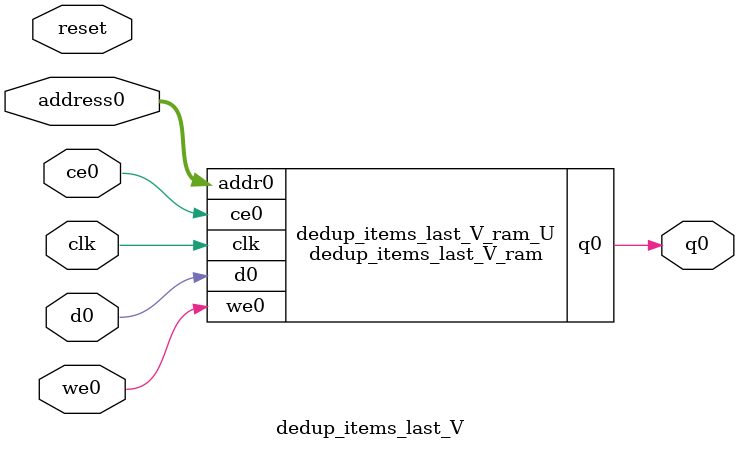
<source format=v>

`timescale 1 ns / 1 ps
module dedup_items_last_V_ram (addr0, ce0, d0, we0, q0,  clk);

parameter DWIDTH = 1;
parameter AWIDTH = 3;
parameter MEM_SIZE = 7;

input[AWIDTH-1:0] addr0;
input ce0;
input[DWIDTH-1:0] d0;
input we0;
output reg[DWIDTH-1:0] q0;
input clk;

(* ram_style = "distributed" *)reg [DWIDTH-1:0] ram[MEM_SIZE-1:0];




always @(posedge clk)  
begin 
    if (ce0) 
    begin
        if (we0) 
        begin 
            ram[addr0] <= d0; 
            q0 <= d0;
        end 
        else 
            q0 <= ram[addr0];
    end
end


endmodule


`timescale 1 ns / 1 ps
module dedup_items_last_V(
    reset,
    clk,
    address0,
    ce0,
    we0,
    d0,
    q0);

parameter DataWidth = 32'd1;
parameter AddressRange = 32'd7;
parameter AddressWidth = 32'd3;
input reset;
input clk;
input[AddressWidth - 1:0] address0;
input ce0;
input we0;
input[DataWidth - 1:0] d0;
output[DataWidth - 1:0] q0;



dedup_items_last_V_ram dedup_items_last_V_ram_U(
    .clk( clk ),
    .addr0( address0 ),
    .ce0( ce0 ),
    .d0( d0 ),
    .we0( we0 ),
    .q0( q0 ));

endmodule


</source>
